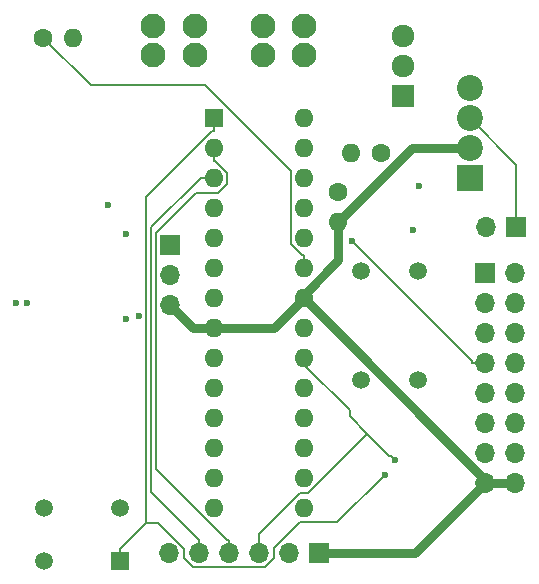
<source format=gbr>
%TF.GenerationSoftware,KiCad,Pcbnew,8.0.1-rc1*%
%TF.CreationDate,2024-04-11T19:34:16-07:00*%
%TF.ProjectId,Automotive Monitoring System CANBus Sensor,4175746f-6d6f-4746-9976-65204d6f6e69,rev?*%
%TF.SameCoordinates,Original*%
%TF.FileFunction,Copper,L2,Inr*%
%TF.FilePolarity,Positive*%
%FSLAX46Y46*%
G04 Gerber Fmt 4.6, Leading zero omitted, Abs format (unit mm)*
G04 Created by KiCad (PCBNEW 8.0.1-rc1) date 2024-04-11 19:34:16*
%MOMM*%
%LPD*%
G01*
G04 APERTURE LIST*
%TA.AperFunction,ComponentPad*%
%ADD10R,1.700000X1.700000*%
%TD*%
%TA.AperFunction,ComponentPad*%
%ADD11O,1.700000X1.700000*%
%TD*%
%TA.AperFunction,ComponentPad*%
%ADD12C,1.600000*%
%TD*%
%TA.AperFunction,ComponentPad*%
%ADD13O,1.600000X1.600000*%
%TD*%
%TA.AperFunction,ComponentPad*%
%ADD14C,2.100000*%
%TD*%
%TA.AperFunction,ComponentPad*%
%ADD15R,2.200000X2.200000*%
%TD*%
%TA.AperFunction,ComponentPad*%
%ADD16C,2.200000*%
%TD*%
%TA.AperFunction,ComponentPad*%
%ADD17R,1.920000X1.920000*%
%TD*%
%TA.AperFunction,ComponentPad*%
%ADD18C,1.920000*%
%TD*%
%TA.AperFunction,ComponentPad*%
%ADD19C,1.500000*%
%TD*%
%TA.AperFunction,ComponentPad*%
%ADD20R,1.500000X1.500000*%
%TD*%
%TA.AperFunction,ComponentPad*%
%ADD21R,1.600000X1.600000*%
%TD*%
%TA.AperFunction,ViaPad*%
%ADD22C,0.600000*%
%TD*%
%TA.AperFunction,Conductor*%
%ADD23C,0.762000*%
%TD*%
%TA.AperFunction,Conductor*%
%ADD24C,0.200000*%
%TD*%
G04 APERTURE END LIST*
D10*
%TO.N,+5V*%
%TO.C,J6*%
X145670700Y-73750200D03*
D11*
%TO.N,/BareMinAtmel328P/PD3-D3*%
X148210700Y-73750200D03*
%TO.N,+VDC*%
X145670700Y-76290200D03*
%TO.N,/BareMinAtmel328P/PD4-D4*%
X148210700Y-76290200D03*
%TO.N,/BareMinAtmel328P/PC1-A1*%
X145670700Y-78830200D03*
%TO.N,/BareMinAtmel328P/PD5-D5*%
X148210700Y-78830200D03*
%TO.N,/BareMinAtmel328P/PC2-A2*%
X145670700Y-81370200D03*
%TO.N,/BareMinAtmel328P/PD6-D6*%
X148210700Y-81370200D03*
%TO.N,/BareMinAtmel328P/PC3-A3*%
X145670700Y-83910200D03*
%TO.N,/BareMinAtmel328P/PD7-D7*%
X148210700Y-83910200D03*
%TO.N,/BareMinAtmel328P/PC4-A4-SDA*%
X145670700Y-86450200D03*
%TO.N,/BareMinAtmel328P/PB0-D8*%
X148210700Y-86450200D03*
%TO.N,/BareMinAtmel328P/PC5-A5-SCL*%
X145670700Y-88990200D03*
%TO.N,/BareMinAtmel328P/PB2-D10-SS*%
X148210700Y-88990200D03*
%TO.N,GND*%
X145670700Y-91530200D03*
X148210700Y-91530200D03*
%TD*%
D12*
%TO.N,Net-(U3-Rs)*%
%TO.C,R4*%
X133212700Y-66876100D03*
D13*
%TO.N,GND*%
X133212700Y-69416100D03*
%TD*%
D12*
%TO.N,/BareMinAtmel328P/PC0-A0*%
%TO.C,NTC1*%
X108245700Y-53800500D03*
D13*
%TO.N,+5V*%
X110785700Y-53800500D03*
%TD*%
D12*
%TO.N,Net-(J4-Pin_2)*%
%TO.C,R6*%
X136841000Y-63583500D03*
D13*
%TO.N,CANBUS_L*%
X134301000Y-63583500D03*
%TD*%
D10*
%TO.N,+VDC*%
%TO.C,Powerboard1*%
X118946900Y-71348200D03*
D11*
%TO.N,+5V*%
X118946900Y-73888200D03*
%TO.N,GND*%
X118946900Y-76428200D03*
%TD*%
D10*
%TO.N,CANBUS_H*%
%TO.C,J4*%
X148277500Y-69805300D03*
D11*
%TO.N,Net-(J4-Pin_2)*%
X145737500Y-69805300D03*
%TD*%
D14*
%TO.N,+VDC*%
%TO.C,U2*%
X117554300Y-55290900D03*
X121054300Y-55290900D03*
%TO.N,Net-(Q1-Pad3)*%
X126854300Y-55290900D03*
X130354300Y-55290900D03*
X130354300Y-52790900D03*
X126854300Y-52790900D03*
%TO.N,+VDC*%
X121054300Y-52790900D03*
X117554300Y-52790900D03*
%TD*%
D15*
%TO.N,Net-(J5-Pin_1)*%
%TO.C,J5*%
X144337900Y-65725000D03*
D16*
%TO.N,GND*%
X144337900Y-63185000D03*
%TO.N,CANBUS_H*%
X144337900Y-60645000D03*
%TO.N,CANBUS_L*%
X144337900Y-58105000D03*
%TD*%
D17*
%TO.N,Net-(Q1-Pad1)*%
%TO.C,Q1*%
X138691700Y-58745000D03*
D18*
%TO.N,Net-(J5-Pin_1)*%
X138691700Y-56205000D03*
%TO.N,Net-(Q1-Pad3)*%
X138691700Y-53665000D03*
%TD*%
D10*
%TO.N,GND*%
%TO.C,J2*%
X131583000Y-97472600D03*
D11*
%TO.N,unconnected-(J2-Pin_2-Pad2)*%
X129043000Y-97472600D03*
%TO.N,+5V*%
X126503000Y-97472600D03*
%TO.N,/BareMinAtmel328P/PD0-RX*%
X123963000Y-97472600D03*
%TO.N,/BareMinAtmel328P/PD1-TX*%
X121423000Y-97472600D03*
%TO.N,Net-(J2-Pin_6)*%
X118883000Y-97472600D03*
%TD*%
D19*
%TO.N,Net-(U4-OSC1)*%
%TO.C,Y2*%
X135124800Y-73536500D03*
%TO.N,Net-(U4-OSC2)*%
X140004800Y-73536500D03*
%TD*%
D20*
%TO.N,/BareMinAtmel328P/RESET*%
%TO.C,Reset1*%
X114764200Y-98131600D03*
D19*
%TO.N,unconnected-(Reset1-NO_2-Pad2)*%
X108264200Y-98131600D03*
%TO.N,GND*%
X114764200Y-93631600D03*
%TO.N,unconnected-(Reset1-COM_2-Pad4)*%
X108264200Y-93631600D03*
%TD*%
%TO.N,Net-(U1-XTAL2{slash}PB7)*%
%TO.C,Y1*%
X135099900Y-82790900D03*
%TO.N,Net-(U1-XTAL1{slash}PB6)*%
X139979900Y-82790900D03*
%TD*%
D21*
%TO.N,/BareMinAtmel328P/RESET*%
%TO.C,U1*%
X122659400Y-60606700D03*
D13*
%TO.N,/BareMinAtmel328P/PD0-RX*%
X122659400Y-63146700D03*
%TO.N,/BareMinAtmel328P/PD1-TX*%
X122659400Y-65686700D03*
%TO.N,/BareMinAtmel328P/PD2-D2*%
X122659400Y-68226700D03*
%TO.N,/BareMinAtmel328P/PD3-D3*%
X122659400Y-70766700D03*
%TO.N,/BareMinAtmel328P/PD4-D4*%
X122659400Y-73306700D03*
%TO.N,+5V*%
X122659400Y-75846700D03*
%TO.N,GND*%
X122659400Y-78386700D03*
%TO.N,Net-(U1-XTAL1{slash}PB6)*%
X122659400Y-80926700D03*
%TO.N,Net-(U1-XTAL2{slash}PB7)*%
X122659400Y-83466700D03*
%TO.N,/BareMinAtmel328P/PD5-D5*%
X122659400Y-86006700D03*
%TO.N,/BareMinAtmel328P/PD6-D6*%
X122659400Y-88546700D03*
%TO.N,/BareMinAtmel328P/PD7-D7*%
X122659400Y-91086700D03*
%TO.N,/BareMinAtmel328P/PB0-D8*%
X122659400Y-93626700D03*
%TO.N,/BareMinAtmel328P/PB1-D9*%
X130279400Y-93626700D03*
%TO.N,/BareMinAtmel328P/PB2-D10-SS*%
X130279400Y-91086700D03*
%TO.N,/BareMinAtmel328P/PB3-D11-MOSI*%
X130279400Y-88546700D03*
%TO.N,/BareMinAtmel328P/PB4-D12-MISO*%
X130279400Y-86006700D03*
%TO.N,/BareMinAtmel328P/PB5-D13-SCK*%
X130279400Y-83466700D03*
%TO.N,+5V*%
X130279400Y-80926700D03*
%TO.N,/BareMinAtmel328P/AREF*%
X130279400Y-78386700D03*
%TO.N,GND*%
X130279400Y-75846700D03*
%TO.N,/BareMinAtmel328P/PC0-A0*%
X130279400Y-73306700D03*
%TO.N,/BareMinAtmel328P/PC1-A1*%
X130279400Y-70766700D03*
%TO.N,/BareMinAtmel328P/PC2-A2*%
X130279400Y-68226700D03*
%TO.N,/BareMinAtmel328P/PC3-A3*%
X130279400Y-65686700D03*
%TO.N,/BareMinAtmel328P/PC4-A4-SDA*%
X130279400Y-63146700D03*
%TO.N,/BareMinAtmel328P/PC5-A5-SCL*%
X130279400Y-60606700D03*
%TD*%
D22*
%TO.N,/BareMinAtmel328P/RESET*%
X137149000Y-90817500D03*
%TO.N,+5V*%
X138034000Y-89602800D03*
%TO.N,Net-(U4-OSC2)*%
X116364300Y-77393900D03*
%TO.N,Net-(U4-OSC1)*%
X115277900Y-77595800D03*
%TO.N,/BareMinAtmel328P/PB5-D13-SCK*%
X106837800Y-76301600D03*
%TO.N,/BareMinAtmel328P/PC2-A2*%
X134341100Y-70994700D03*
%TO.N,/BareMinAtmel328P/PD2-D2*%
X105963600Y-76290800D03*
%TO.N,/CANBUS-MCP2515/RXtoCANTC*%
X115246500Y-70431100D03*
X139554400Y-70107600D03*
%TO.N,/CANBUS-MCP2515/TXtoCANTC*%
X113704600Y-67937600D03*
X140015700Y-66392500D03*
%TD*%
D23*
%TO.N,GND*%
X131583000Y-97472600D02*
X139728000Y-97472600D01*
X120905000Y-78386700D02*
X118947000Y-76428200D01*
X127739000Y-78386700D02*
X122659400Y-78386700D01*
X122659400Y-78386700D02*
X120905000Y-78386700D01*
X133213000Y-72627400D02*
X133213000Y-69416100D01*
X145671000Y-91237900D02*
X130279000Y-75846700D01*
X148210700Y-91530200D02*
X145671000Y-91530200D01*
X130279000Y-75560600D02*
X133213000Y-72627400D01*
X130279000Y-75846700D02*
X127739000Y-78386700D01*
X139728000Y-97472600D02*
X145671000Y-91530200D01*
X139444000Y-63185000D02*
X144337900Y-63185000D01*
X133213000Y-69416100D02*
X139444000Y-63185000D01*
D24*
%TO.N,/BareMinAtmel328P/RESET*%
X120153000Y-97090600D02*
X117943700Y-94881300D01*
X116964400Y-67264300D02*
X122521900Y-61706800D01*
X120153000Y-97858800D02*
X120153000Y-97090600D01*
X129977400Y-94846700D02*
X127773000Y-97051100D01*
X117943700Y-94881300D02*
X116964400Y-94881300D01*
X126993600Y-98646900D02*
X120941100Y-98646900D01*
X137149000Y-90817500D02*
X133119800Y-94846700D01*
X114764200Y-97081500D02*
X116964400Y-94881300D01*
X122659400Y-60606700D02*
X122659400Y-61706800D01*
X114764200Y-98131600D02*
X114764200Y-97081500D01*
X122521900Y-61706800D02*
X122659400Y-61706800D01*
X133119800Y-94846700D02*
X129977400Y-94846700D01*
X127773000Y-97051100D02*
X127773000Y-97867500D01*
X116964400Y-94881300D02*
X116964400Y-67264300D01*
X120941100Y-98646900D02*
X120153000Y-97858800D01*
X127773000Y-97867500D02*
X126993600Y-98646900D01*
%TO.N,+5V*%
X137543300Y-89249700D02*
X137680900Y-89249700D01*
X134168300Y-85874700D02*
X135638500Y-87344800D01*
X129955100Y-92356700D02*
X126503000Y-95808800D01*
X126503000Y-95808800D02*
X126503000Y-97472600D01*
X135638500Y-87344800D02*
X137543300Y-89249700D01*
X135638500Y-87344800D02*
X130626600Y-92356700D01*
X130279400Y-81476700D02*
X134168300Y-85365600D01*
X134168300Y-85365600D02*
X134168300Y-85874700D01*
X130626600Y-92356700D02*
X129955100Y-92356700D01*
X137680900Y-89249700D02*
X138034000Y-89602800D01*
%TO.N,CANBUS_H*%
X148277500Y-64584600D02*
X144337900Y-60645000D01*
X148277500Y-69805300D02*
X148277500Y-64584600D01*
%TO.N,/BareMinAtmel328P/PD0-RX*%
X123963000Y-96322500D02*
X123792900Y-96322500D01*
X117786000Y-70361300D02*
X121190400Y-66956900D01*
X122796900Y-64246800D02*
X122659400Y-64246800D01*
X123963000Y-97472600D02*
X123963000Y-96322500D01*
X122659400Y-63146700D02*
X122659400Y-64246800D01*
X121190400Y-66956900D02*
X123004700Y-66956900D01*
X123790500Y-66171100D02*
X123790500Y-65240400D01*
X117786000Y-90315600D02*
X117786000Y-70361300D01*
X123790500Y-65240400D02*
X122796900Y-64246800D01*
X123792900Y-96322500D02*
X117786000Y-90315600D01*
X123004700Y-66956900D02*
X123790500Y-66171100D01*
%TO.N,/BareMinAtmel328P/PD1-TX*%
X121559300Y-65686700D02*
X117385800Y-69860200D01*
X122659400Y-65686700D02*
X121559300Y-65686700D01*
X117385800Y-92285300D02*
X121423000Y-96322500D01*
X121423000Y-97472600D02*
X121423000Y-96322500D01*
X117385800Y-69860200D02*
X117385800Y-92285300D01*
%TO.N,/BareMinAtmel328P/PC2-A2*%
X144520600Y-81174200D02*
X144520600Y-81370200D01*
X145670700Y-81370200D02*
X144520600Y-81370200D01*
X134341100Y-70994700D02*
X144520600Y-81174200D01*
%TO.N,/BareMinAtmel328P/PC0-A0*%
X130141800Y-72206600D02*
X129179300Y-71244100D01*
X112268700Y-57823500D02*
X108245700Y-53800500D01*
X130279400Y-73306700D02*
X130279400Y-72206600D01*
X129179300Y-71244100D02*
X129179300Y-65097100D01*
X121905700Y-57823500D02*
X112268700Y-57823500D01*
X130279400Y-72206600D02*
X130141800Y-72206600D01*
X129179300Y-65097100D02*
X121905700Y-57823500D01*
%TD*%
M02*

</source>
